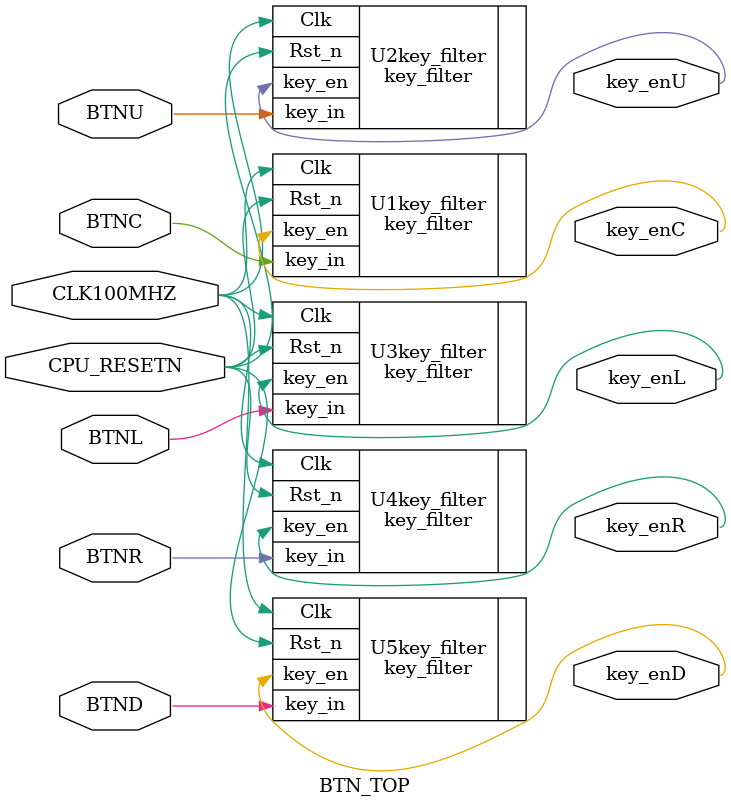
<source format=v>
module BTN_TOP(
     input CLK100MHZ,
     input CPU_RESETN,
     input BTNC,
     input BTNU,
     input BTNL,
     input BTNR,
     input BTND,     
     output key_enC,
     output key_enU,
     output key_enL,
     output key_enR,
     output key_enD
);
// button debounce     
key_filter U1key_filter(
			.Clk(CLK100MHZ),      
			.Rst_n(CPU_RESETN),    
			.key_in(BTNC),   
		    .key_en(key_enC)
);

key_filter U2key_filter(
			.Clk(CLK100MHZ),      
			.Rst_n(CPU_RESETN),    
			.key_in(BTNU),  
		    .key_en(key_enU)
);
		
key_filter U3key_filter(
			.Clk(CLK100MHZ),      
			.Rst_n(CPU_RESETN),    
			.key_in(BTNL),   
		    .key_en(key_enL)
);
		
key_filter U4key_filter(
			.Clk(CLK100MHZ),      
			.Rst_n(CPU_RESETN),    
			.key_in(BTNR),   
		    .key_en(key_enR)
);
		
key_filter U5key_filter(
			.Clk(CLK100MHZ),     
			.Rst_n(CPU_RESETN),    //module reset
			.key_in(BTND),       //button in
		    .key_en(key_enD)
);
    
endmodule

</source>
